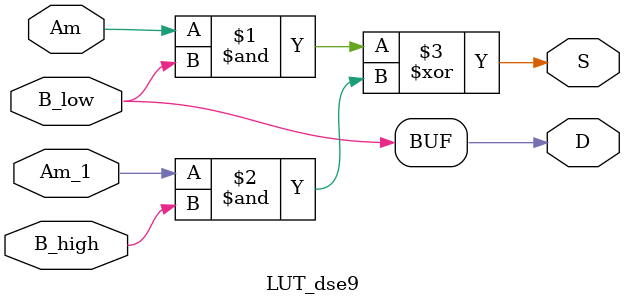
<source format=v>
`timescale 1ns/1ns
module LUT_dse9(
    input           Am          ,
    input           B_low       ,
    input           Am_1        ,
    input           B_high      ,
    output          S           ,
    output          D           //           
);

	assign D = B_low;
	assign S = (Am & B_low) ^ (Am_1 & B_high);

endmodule // LUT_dse9


</source>
